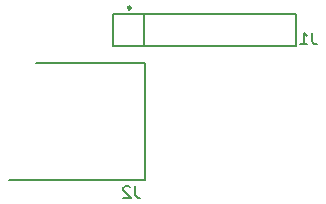
<source format=gbr>
%TF.GenerationSoftware,KiCad,Pcbnew,9.99.0-1490-gab75263b91*%
%TF.CreationDate,2025-06-04T22:15:06+10:00*%
%TF.ProjectId,energy_harvesting_board,656e6572-6779-45f6-9861-727665737469,rev?*%
%TF.SameCoordinates,Original*%
%TF.FileFunction,Legend,Bot*%
%TF.FilePolarity,Positive*%
%FSLAX46Y46*%
G04 Gerber Fmt 4.6, Leading zero omitted, Abs format (unit mm)*
G04 Created by KiCad (PCBNEW 9.99.0-1490-gab75263b91) date 2025-06-04 22:15:06*
%MOMM*%
%LPD*%
G01*
G04 APERTURE LIST*
%ADD10C,0.200000*%
%ADD11C,0.250000*%
G04 APERTURE END LIST*
D10*
X142634428Y-91991159D02*
X142634428Y-92705444D01*
X142634428Y-92705444D02*
X142682047Y-92848301D01*
X142682047Y-92848301D02*
X142777285Y-92943540D01*
X142777285Y-92943540D02*
X142920142Y-92991159D01*
X142920142Y-92991159D02*
X143015380Y-92991159D01*
X142205856Y-92086397D02*
X142158237Y-92038778D01*
X142158237Y-92038778D02*
X142062999Y-91991159D01*
X142062999Y-91991159D02*
X141824904Y-91991159D01*
X141824904Y-91991159D02*
X141729666Y-92038778D01*
X141729666Y-92038778D02*
X141682047Y-92086397D01*
X141682047Y-92086397D02*
X141634428Y-92181635D01*
X141634428Y-92181635D02*
X141634428Y-92276873D01*
X141634428Y-92276873D02*
X141682047Y-92419730D01*
X141682047Y-92419730D02*
X142253475Y-92991159D01*
X142253475Y-92991159D02*
X141634428Y-92991159D01*
X157634433Y-78991159D02*
X157634433Y-79705444D01*
X157634433Y-79705444D02*
X157682052Y-79848301D01*
X157682052Y-79848301D02*
X157777290Y-79943540D01*
X157777290Y-79943540D02*
X157920147Y-79991159D01*
X157920147Y-79991159D02*
X158015385Y-79991159D01*
X156634433Y-79991159D02*
X157205861Y-79991159D01*
X156920147Y-79991159D02*
X156920147Y-78991159D01*
X156920147Y-78991159D02*
X157015385Y-79134016D01*
X157015385Y-79134016D02*
X157110623Y-79229254D01*
X157110623Y-79229254D02*
X157205861Y-79276873D01*
%TO.C,J2*%
X131951100Y-91453600D02*
X143451100Y-91453600D01*
X134251100Y-81553600D02*
X143451100Y-81553600D01*
X143451100Y-91453600D02*
X143451100Y-81553600D01*
%TO.C,J1*%
X140756100Y-77383600D02*
X156246100Y-77383600D01*
X140756100Y-80123600D02*
X140756100Y-77383600D01*
X140756100Y-80123600D02*
X156246100Y-80123600D01*
X143421100Y-80123600D02*
X143421100Y-77383600D01*
X156246100Y-80123600D02*
X156246100Y-77383600D01*
D11*
X142276100Y-76903600D02*
G75*
G02*
X142026100Y-76903600I-125000J0D01*
G01*
X142026100Y-76903600D02*
G75*
G02*
X142276100Y-76903600I125000J0D01*
G01*
%TD*%
M02*

</source>
